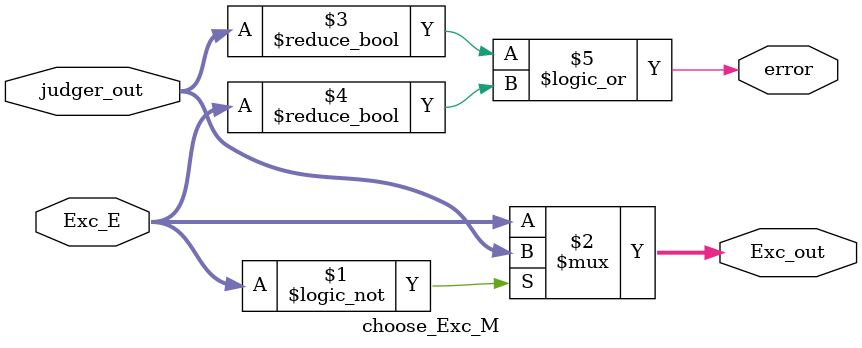
<source format=v>
`timescale 1ns / 1ps
module choose_Exc_M(
    input [4:0] judger_out,
    input [4:0] Exc_E,
    output [4:0] Exc_out,
	 output error
    );

	assign Exc_out = (Exc_E == 5'b0) ? judger_out :
							Exc_E;
	assign error = ((judger_out != 0) || (Exc_E != 0));
	
endmodule

</source>
